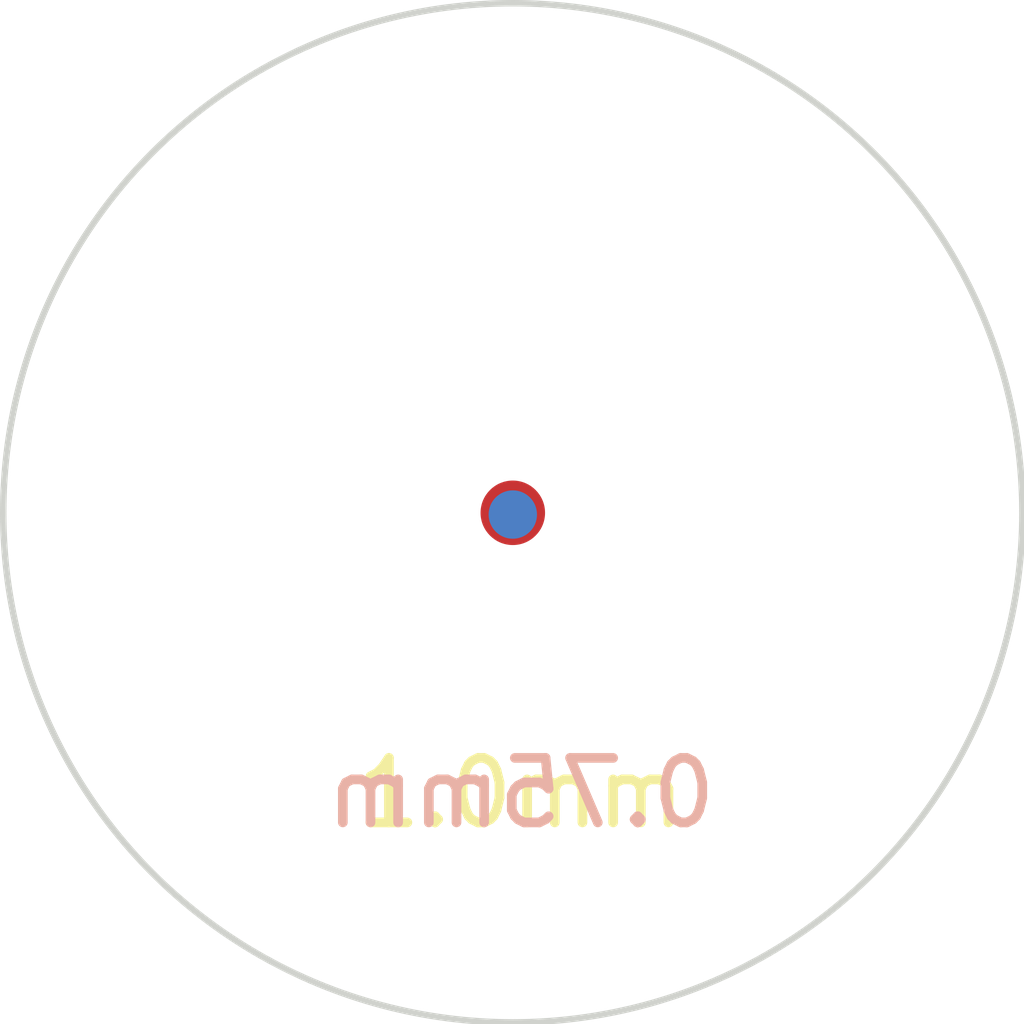
<source format=kicad_pcb>
(kicad_pcb (version 20171130) (host pcbnew 5.1.8+dfsg1-1~bpo10+1)

  (general
    (thickness 1.6)
    (drawings 1)
    (tracks 0)
    (zones 0)
    (modules 2)
    (nets 1)
  )

  (page A4)
  (layers
    (0 F.Cu signal)
    (31 B.Cu signal)
    (32 B.Adhes user)
    (33 F.Adhes user)
    (34 B.Paste user)
    (35 F.Paste user)
    (36 B.SilkS user)
    (37 F.SilkS user)
    (38 B.Mask user)
    (39 F.Mask user)
    (40 Dwgs.User user)
    (41 Cmts.User user)
    (42 Eco1.User user)
    (43 Eco2.User user)
    (44 Edge.Cuts user)
    (45 Margin user)
    (46 B.CrtYd user)
    (47 F.CrtYd user)
    (48 B.Fab user)
    (49 F.Fab user)
  )

  (setup
    (last_trace_width 0.25)
    (trace_clearance 0.2)
    (zone_clearance 0.508)
    (zone_45_only no)
    (trace_min 0.2)
    (via_size 0.8)
    (via_drill 0.4)
    (via_min_size 0.4)
    (via_min_drill 0.3)
    (uvia_size 0.3)
    (uvia_drill 0.1)
    (uvias_allowed no)
    (uvia_min_size 0.2)
    (uvia_min_drill 0.1)
    (edge_width 0.1)
    (segment_width 0.2)
    (pcb_text_width 0.3)
    (pcb_text_size 1.5 1.5)
    (mod_edge_width 0.15)
    (mod_text_size 1 1)
    (mod_text_width 0.15)
    (pad_size 1.524 1.524)
    (pad_drill 0.762)
    (pad_to_mask_clearance 0)
    (aux_axis_origin 0 0)
    (visible_elements FFFFFF7F)
    (pcbplotparams
      (layerselection 0x010fc_ffffffff)
      (usegerberextensions false)
      (usegerberattributes false)
      (usegerberadvancedattributes false)
      (creategerberjobfile false)
      (excludeedgelayer true)
      (linewidth 0.100000)
      (plotframeref false)
      (viasonmask false)
      (mode 1)
      (useauxorigin false)
      (hpglpennumber 1)
      (hpglpenspeed 20)
      (hpglpendiameter 15.000000)
      (psnegative false)
      (psa4output false)
      (plotreference true)
      (plotvalue true)
      (plotinvisibletext false)
      (padsonsilk false)
      (subtractmaskfromsilk false)
      (outputformat 1)
      (mirror false)
      (drillshape 1)
      (scaleselection 1)
      (outputdirectory ""))
  )

  (net 0 "")

  (net_class Default "This is the default net class."
    (clearance 0.2)
    (trace_width 0.25)
    (via_dia 0.8)
    (via_drill 0.4)
    (uvia_dia 0.3)
    (uvia_drill 0.1)
  )

  (module Fiducial:Fiducial_0.75mm_Mask1.5mm (layer B.Cu) (tedit 5C18CB26) (tstamp 5FDE1408)
    (at 127 89.027)
    (descr "Circular Fiducial, 0.75mm bare copper, 1.5mm soldermask opening (Level B)")
    (tags fiducial)
    (path /5FDE160F)
    (attr smd)
    (fp_text reference FID2 (at 0 2) (layer B.SilkS) hide
      (effects (font (size 1 1) (thickness 0.15)) (justify mirror))
    )
    (fp_text value 0.75mm (at 0.127 4.318) (layer B.SilkS)
      (effects (font (size 1 1) (thickness 0.15)) (justify mirror))
    )
    (fp_circle (center 0 0) (end 1 0) (layer B.CrtYd) (width 0.05))
    (fp_circle (center 0 0) (end 0.75 0) (layer B.Fab) (width 0.1))
    (fp_text user %R (at 0 0) (layer B.Fab)
      (effects (font (size 0.3 0.3) (thickness 0.05)) (justify mirror))
    )
    (pad "" smd circle (at 0 0) (size 0.75 0.75) (layers B.Cu B.Mask)
      (solder_mask_margin 0.375) (clearance 0.375))
  )

  (module Fiducial:Fiducial_1mm_Mask2mm (layer F.Cu) (tedit 5C18CB26) (tstamp 5FDE5598)
    (at 127 89)
    (descr "Circular Fiducial, 1mm bare copper, 2mm soldermask opening (Level A)")
    (tags fiducial)
    (path /5FDE010B)
    (attr smd)
    (fp_text reference FID1 (at 0 -2) (layer F.SilkS) hide
      (effects (font (size 1 1) (thickness 0.15)))
    )
    (fp_text value 1.0mm (at 0.127 4.345) (layer F.SilkS)
      (effects (font (size 1 1) (thickness 0.15)))
    )
    (fp_circle (center 0 0) (end 1.25 0) (layer F.CrtYd) (width 0.05))
    (fp_circle (center 0 0) (end 1 0) (layer F.Fab) (width 0.1))
    (fp_text user %R (at 0 0) (layer F.Fab)
      (effects (font (size 0.4 0.4) (thickness 0.06)))
    )
    (pad "" smd circle (at 0 0) (size 1 1) (layers F.Cu F.Mask)
      (solder_mask_margin 0.5) (clearance 0.5))
  )

  (gr_circle (center 127 89) (end 134.9 89) (layer Edge.Cuts) (width 0.1))

)

</source>
